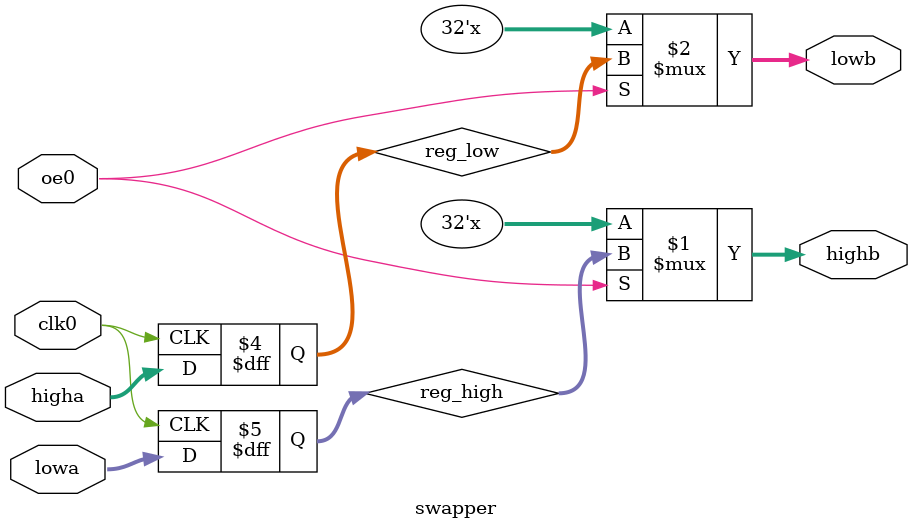
<source format=v>
module swapper(oe0, clk0, lowa, higha, lowb, highb);
input oe0, clk0;
input [31:0] lowa, higha;
output [31:0] lowb, highb;
reg [31:0] reg_low, reg_high;

assign highb = oe0 ? reg_high : 32'bz;
assign lowb = oe0 ? reg_low : 32'bz;

always @(posedge clk0)
    begin
        reg_low = higha;
        reg_high = lowa;
    end

endmodule

</source>
